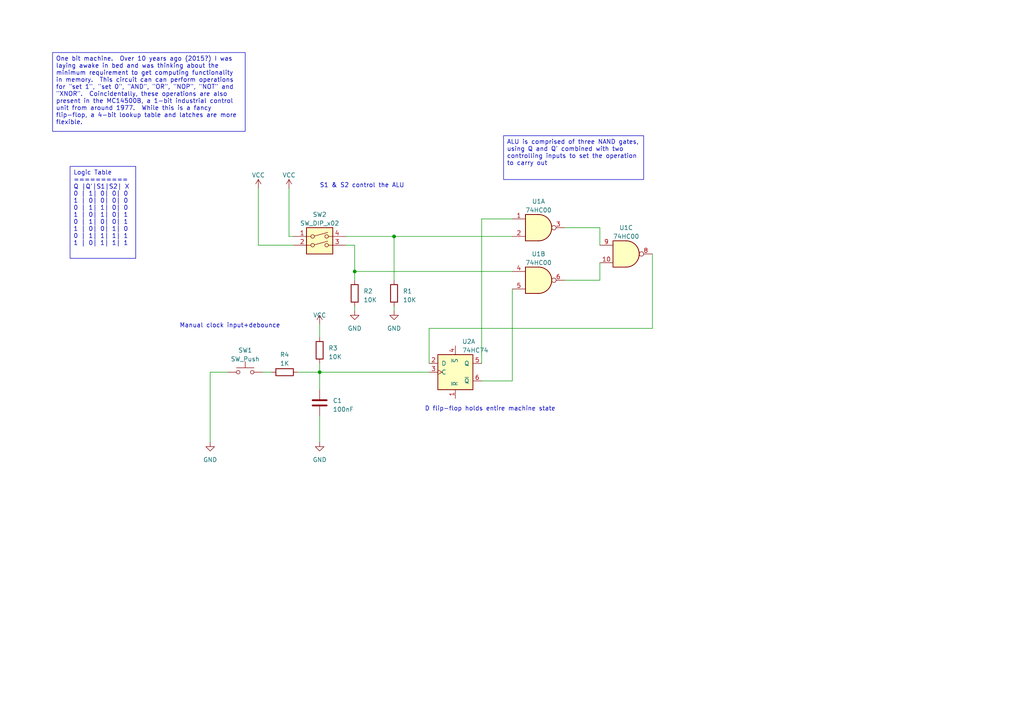
<source format=kicad_sch>
(kicad_sch (version 20230121) (generator eeschema)

  (uuid 560bd197-bc10-42fb-9a4a-c28459c4f543)

  (paper "A4")

  (lib_symbols
    (symbol "74xx:74HC00" (pin_names (offset 1.016)) (in_bom yes) (on_board yes)
      (property "Reference" "U" (at 0 1.27 0)
        (effects (font (size 1.27 1.27)))
      )
      (property "Value" "74HC00" (at 0 -1.27 0)
        (effects (font (size 1.27 1.27)))
      )
      (property "Footprint" "" (at 0 0 0)
        (effects (font (size 1.27 1.27)) hide)
      )
      (property "Datasheet" "http://www.ti.com/lit/gpn/sn74hc00" (at 0 0 0)
        (effects (font (size 1.27 1.27)) hide)
      )
      (property "ki_locked" "" (at 0 0 0)
        (effects (font (size 1.27 1.27)))
      )
      (property "ki_keywords" "HCMOS nand 2-input" (at 0 0 0)
        (effects (font (size 1.27 1.27)) hide)
      )
      (property "ki_description" "quad 2-input NAND gate" (at 0 0 0)
        (effects (font (size 1.27 1.27)) hide)
      )
      (property "ki_fp_filters" "DIP*W7.62mm* SO14*" (at 0 0 0)
        (effects (font (size 1.27 1.27)) hide)
      )
      (symbol "74HC00_1_1"
        (arc (start 0 -3.81) (mid 3.7934 0) (end 0 3.81)
          (stroke (width 0.254) (type default))
          (fill (type background))
        )
        (polyline
          (pts
            (xy 0 3.81)
            (xy -3.81 3.81)
            (xy -3.81 -3.81)
            (xy 0 -3.81)
          )
          (stroke (width 0.254) (type default))
          (fill (type background))
        )
        (pin input line (at -7.62 2.54 0) (length 3.81)
          (name "~" (effects (font (size 1.27 1.27))))
          (number "1" (effects (font (size 1.27 1.27))))
        )
        (pin input line (at -7.62 -2.54 0) (length 3.81)
          (name "~" (effects (font (size 1.27 1.27))))
          (number "2" (effects (font (size 1.27 1.27))))
        )
        (pin output inverted (at 7.62 0 180) (length 3.81)
          (name "~" (effects (font (size 1.27 1.27))))
          (number "3" (effects (font (size 1.27 1.27))))
        )
      )
      (symbol "74HC00_1_2"
        (arc (start -3.81 -3.81) (mid -2.589 0) (end -3.81 3.81)
          (stroke (width 0.254) (type default))
          (fill (type none))
        )
        (arc (start -0.6096 -3.81) (mid 2.1842 -2.5851) (end 3.81 0)
          (stroke (width 0.254) (type default))
          (fill (type background))
        )
        (polyline
          (pts
            (xy -3.81 -3.81)
            (xy -0.635 -3.81)
          )
          (stroke (width 0.254) (type default))
          (fill (type background))
        )
        (polyline
          (pts
            (xy -3.81 3.81)
            (xy -0.635 3.81)
          )
          (stroke (width 0.254) (type default))
          (fill (type background))
        )
        (polyline
          (pts
            (xy -0.635 3.81)
            (xy -3.81 3.81)
            (xy -3.81 3.81)
            (xy -3.556 3.4036)
            (xy -3.0226 2.2606)
            (xy -2.6924 1.0414)
            (xy -2.6162 -0.254)
            (xy -2.7686 -1.4986)
            (xy -3.175 -2.7178)
            (xy -3.81 -3.81)
            (xy -3.81 -3.81)
            (xy -0.635 -3.81)
          )
          (stroke (width -25.4) (type default))
          (fill (type background))
        )
        (arc (start 3.81 0) (mid 2.1915 2.5936) (end -0.6096 3.81)
          (stroke (width 0.254) (type default))
          (fill (type background))
        )
        (pin input inverted (at -7.62 2.54 0) (length 4.318)
          (name "~" (effects (font (size 1.27 1.27))))
          (number "1" (effects (font (size 1.27 1.27))))
        )
        (pin input inverted (at -7.62 -2.54 0) (length 4.318)
          (name "~" (effects (font (size 1.27 1.27))))
          (number "2" (effects (font (size 1.27 1.27))))
        )
        (pin output line (at 7.62 0 180) (length 3.81)
          (name "~" (effects (font (size 1.27 1.27))))
          (number "3" (effects (font (size 1.27 1.27))))
        )
      )
      (symbol "74HC00_2_1"
        (arc (start 0 -3.81) (mid 3.7934 0) (end 0 3.81)
          (stroke (width 0.254) (type default))
          (fill (type background))
        )
        (polyline
          (pts
            (xy 0 3.81)
            (xy -3.81 3.81)
            (xy -3.81 -3.81)
            (xy 0 -3.81)
          )
          (stroke (width 0.254) (type default))
          (fill (type background))
        )
        (pin input line (at -7.62 2.54 0) (length 3.81)
          (name "~" (effects (font (size 1.27 1.27))))
          (number "4" (effects (font (size 1.27 1.27))))
        )
        (pin input line (at -7.62 -2.54 0) (length 3.81)
          (name "~" (effects (font (size 1.27 1.27))))
          (number "5" (effects (font (size 1.27 1.27))))
        )
        (pin output inverted (at 7.62 0 180) (length 3.81)
          (name "~" (effects (font (size 1.27 1.27))))
          (number "6" (effects (font (size 1.27 1.27))))
        )
      )
      (symbol "74HC00_2_2"
        (arc (start -3.81 -3.81) (mid -2.589 0) (end -3.81 3.81)
          (stroke (width 0.254) (type default))
          (fill (type none))
        )
        (arc (start -0.6096 -3.81) (mid 2.1842 -2.5851) (end 3.81 0)
          (stroke (width 0.254) (type default))
          (fill (type background))
        )
        (polyline
          (pts
            (xy -3.81 -3.81)
            (xy -0.635 -3.81)
          )
          (stroke (width 0.254) (type default))
          (fill (type background))
        )
        (polyline
          (pts
            (xy -3.81 3.81)
            (xy -0.635 3.81)
          )
          (stroke (width 0.254) (type default))
          (fill (type background))
        )
        (polyline
          (pts
            (xy -0.635 3.81)
            (xy -3.81 3.81)
            (xy -3.81 3.81)
            (xy -3.556 3.4036)
            (xy -3.0226 2.2606)
            (xy -2.6924 1.0414)
            (xy -2.6162 -0.254)
            (xy -2.7686 -1.4986)
            (xy -3.175 -2.7178)
            (xy -3.81 -3.81)
            (xy -3.81 -3.81)
            (xy -0.635 -3.81)
          )
          (stroke (width -25.4) (type default))
          (fill (type background))
        )
        (arc (start 3.81 0) (mid 2.1915 2.5936) (end -0.6096 3.81)
          (stroke (width 0.254) (type default))
          (fill (type background))
        )
        (pin input inverted (at -7.62 2.54 0) (length 4.318)
          (name "~" (effects (font (size 1.27 1.27))))
          (number "4" (effects (font (size 1.27 1.27))))
        )
        (pin input inverted (at -7.62 -2.54 0) (length 4.318)
          (name "~" (effects (font (size 1.27 1.27))))
          (number "5" (effects (font (size 1.27 1.27))))
        )
        (pin output line (at 7.62 0 180) (length 3.81)
          (name "~" (effects (font (size 1.27 1.27))))
          (number "6" (effects (font (size 1.27 1.27))))
        )
      )
      (symbol "74HC00_3_1"
        (arc (start 0 -3.81) (mid 3.7934 0) (end 0 3.81)
          (stroke (width 0.254) (type default))
          (fill (type background))
        )
        (polyline
          (pts
            (xy 0 3.81)
            (xy -3.81 3.81)
            (xy -3.81 -3.81)
            (xy 0 -3.81)
          )
          (stroke (width 0.254) (type default))
          (fill (type background))
        )
        (pin input line (at -7.62 -2.54 0) (length 3.81)
          (name "~" (effects (font (size 1.27 1.27))))
          (number "10" (effects (font (size 1.27 1.27))))
        )
        (pin output inverted (at 7.62 0 180) (length 3.81)
          (name "~" (effects (font (size 1.27 1.27))))
          (number "8" (effects (font (size 1.27 1.27))))
        )
        (pin input line (at -7.62 2.54 0) (length 3.81)
          (name "~" (effects (font (size 1.27 1.27))))
          (number "9" (effects (font (size 1.27 1.27))))
        )
      )
      (symbol "74HC00_3_2"
        (arc (start -3.81 -3.81) (mid -2.589 0) (end -3.81 3.81)
          (stroke (width 0.254) (type default))
          (fill (type none))
        )
        (arc (start -0.6096 -3.81) (mid 2.1842 -2.5851) (end 3.81 0)
          (stroke (width 0.254) (type default))
          (fill (type background))
        )
        (polyline
          (pts
            (xy -3.81 -3.81)
            (xy -0.635 -3.81)
          )
          (stroke (width 0.254) (type default))
          (fill (type background))
        )
        (polyline
          (pts
            (xy -3.81 3.81)
            (xy -0.635 3.81)
          )
          (stroke (width 0.254) (type default))
          (fill (type background))
        )
        (polyline
          (pts
            (xy -0.635 3.81)
            (xy -3.81 3.81)
            (xy -3.81 3.81)
            (xy -3.556 3.4036)
            (xy -3.0226 2.2606)
            (xy -2.6924 1.0414)
            (xy -2.6162 -0.254)
            (xy -2.7686 -1.4986)
            (xy -3.175 -2.7178)
            (xy -3.81 -3.81)
            (xy -3.81 -3.81)
            (xy -0.635 -3.81)
          )
          (stroke (width -25.4) (type default))
          (fill (type background))
        )
        (arc (start 3.81 0) (mid 2.1915 2.5936) (end -0.6096 3.81)
          (stroke (width 0.254) (type default))
          (fill (type background))
        )
        (pin input inverted (at -7.62 -2.54 0) (length 4.318)
          (name "~" (effects (font (size 1.27 1.27))))
          (number "10" (effects (font (size 1.27 1.27))))
        )
        (pin output line (at 7.62 0 180) (length 3.81)
          (name "~" (effects (font (size 1.27 1.27))))
          (number "8" (effects (font (size 1.27 1.27))))
        )
        (pin input inverted (at -7.62 2.54 0) (length 4.318)
          (name "~" (effects (font (size 1.27 1.27))))
          (number "9" (effects (font (size 1.27 1.27))))
        )
      )
      (symbol "74HC00_4_1"
        (arc (start 0 -3.81) (mid 3.7934 0) (end 0 3.81)
          (stroke (width 0.254) (type default))
          (fill (type background))
        )
        (polyline
          (pts
            (xy 0 3.81)
            (xy -3.81 3.81)
            (xy -3.81 -3.81)
            (xy 0 -3.81)
          )
          (stroke (width 0.254) (type default))
          (fill (type background))
        )
        (pin output inverted (at 7.62 0 180) (length 3.81)
          (name "~" (effects (font (size 1.27 1.27))))
          (number "11" (effects (font (size 1.27 1.27))))
        )
        (pin input line (at -7.62 2.54 0) (length 3.81)
          (name "~" (effects (font (size 1.27 1.27))))
          (number "12" (effects (font (size 1.27 1.27))))
        )
        (pin input line (at -7.62 -2.54 0) (length 3.81)
          (name "~" (effects (font (size 1.27 1.27))))
          (number "13" (effects (font (size 1.27 1.27))))
        )
      )
      (symbol "74HC00_4_2"
        (arc (start -3.81 -3.81) (mid -2.589 0) (end -3.81 3.81)
          (stroke (width 0.254) (type default))
          (fill (type none))
        )
        (arc (start -0.6096 -3.81) (mid 2.1842 -2.5851) (end 3.81 0)
          (stroke (width 0.254) (type default))
          (fill (type background))
        )
        (polyline
          (pts
            (xy -3.81 -3.81)
            (xy -0.635 -3.81)
          )
          (stroke (width 0.254) (type default))
          (fill (type background))
        )
        (polyline
          (pts
            (xy -3.81 3.81)
            (xy -0.635 3.81)
          )
          (stroke (width 0.254) (type default))
          (fill (type background))
        )
        (polyline
          (pts
            (xy -0.635 3.81)
            (xy -3.81 3.81)
            (xy -3.81 3.81)
            (xy -3.556 3.4036)
            (xy -3.0226 2.2606)
            (xy -2.6924 1.0414)
            (xy -2.6162 -0.254)
            (xy -2.7686 -1.4986)
            (xy -3.175 -2.7178)
            (xy -3.81 -3.81)
            (xy -3.81 -3.81)
            (xy -0.635 -3.81)
          )
          (stroke (width -25.4) (type default))
          (fill (type background))
        )
        (arc (start 3.81 0) (mid 2.1915 2.5936) (end -0.6096 3.81)
          (stroke (width 0.254) (type default))
          (fill (type background))
        )
        (pin output line (at 7.62 0 180) (length 3.81)
          (name "~" (effects (font (size 1.27 1.27))))
          (number "11" (effects (font (size 1.27 1.27))))
        )
        (pin input inverted (at -7.62 2.54 0) (length 4.318)
          (name "~" (effects (font (size 1.27 1.27))))
          (number "12" (effects (font (size 1.27 1.27))))
        )
        (pin input inverted (at -7.62 -2.54 0) (length 4.318)
          (name "~" (effects (font (size 1.27 1.27))))
          (number "13" (effects (font (size 1.27 1.27))))
        )
      )
      (symbol "74HC00_5_0"
        (pin power_in line (at 0 12.7 270) (length 5.08)
          (name "VCC" (effects (font (size 1.27 1.27))))
          (number "14" (effects (font (size 1.27 1.27))))
        )
        (pin power_in line (at 0 -12.7 90) (length 5.08)
          (name "GND" (effects (font (size 1.27 1.27))))
          (number "7" (effects (font (size 1.27 1.27))))
        )
      )
      (symbol "74HC00_5_1"
        (rectangle (start -5.08 7.62) (end 5.08 -7.62)
          (stroke (width 0.254) (type default))
          (fill (type background))
        )
      )
    )
    (symbol "74xx:74HC74" (pin_names (offset 1.016)) (in_bom yes) (on_board yes)
      (property "Reference" "U" (at -7.62 8.89 0)
        (effects (font (size 1.27 1.27)))
      )
      (property "Value" "74HC74" (at -7.62 -8.89 0)
        (effects (font (size 1.27 1.27)))
      )
      (property "Footprint" "" (at 0 0 0)
        (effects (font (size 1.27 1.27)) hide)
      )
      (property "Datasheet" "74xx/74hc_hct74.pdf" (at 0 0 0)
        (effects (font (size 1.27 1.27)) hide)
      )
      (property "ki_locked" "" (at 0 0 0)
        (effects (font (size 1.27 1.27)))
      )
      (property "ki_keywords" "TTL DFF" (at 0 0 0)
        (effects (font (size 1.27 1.27)) hide)
      )
      (property "ki_description" "Dual D Flip-flop, Set & Reset" (at 0 0 0)
        (effects (font (size 1.27 1.27)) hide)
      )
      (property "ki_fp_filters" "DIP*W7.62mm*" (at 0 0 0)
        (effects (font (size 1.27 1.27)) hide)
      )
      (symbol "74HC74_1_0"
        (pin input line (at 0 -7.62 90) (length 2.54)
          (name "~{R}" (effects (font (size 1.27 1.27))))
          (number "1" (effects (font (size 1.27 1.27))))
        )
        (pin input line (at -7.62 2.54 0) (length 2.54)
          (name "D" (effects (font (size 1.27 1.27))))
          (number "2" (effects (font (size 1.27 1.27))))
        )
        (pin input clock (at -7.62 0 0) (length 2.54)
          (name "C" (effects (font (size 1.27 1.27))))
          (number "3" (effects (font (size 1.27 1.27))))
        )
        (pin input line (at 0 7.62 270) (length 2.54)
          (name "~{S}" (effects (font (size 1.27 1.27))))
          (number "4" (effects (font (size 1.27 1.27))))
        )
        (pin output line (at 7.62 2.54 180) (length 2.54)
          (name "Q" (effects (font (size 1.27 1.27))))
          (number "5" (effects (font (size 1.27 1.27))))
        )
        (pin output line (at 7.62 -2.54 180) (length 2.54)
          (name "~{Q}" (effects (font (size 1.27 1.27))))
          (number "6" (effects (font (size 1.27 1.27))))
        )
      )
      (symbol "74HC74_1_1"
        (rectangle (start -5.08 5.08) (end 5.08 -5.08)
          (stroke (width 0.254) (type default))
          (fill (type background))
        )
      )
      (symbol "74HC74_2_0"
        (pin input line (at 0 7.62 270) (length 2.54)
          (name "~{S}" (effects (font (size 1.27 1.27))))
          (number "10" (effects (font (size 1.27 1.27))))
        )
        (pin input clock (at -7.62 0 0) (length 2.54)
          (name "C" (effects (font (size 1.27 1.27))))
          (number "11" (effects (font (size 1.27 1.27))))
        )
        (pin input line (at -7.62 2.54 0) (length 2.54)
          (name "D" (effects (font (size 1.27 1.27))))
          (number "12" (effects (font (size 1.27 1.27))))
        )
        (pin input line (at 0 -7.62 90) (length 2.54)
          (name "~{R}" (effects (font (size 1.27 1.27))))
          (number "13" (effects (font (size 1.27 1.27))))
        )
        (pin output line (at 7.62 -2.54 180) (length 2.54)
          (name "~{Q}" (effects (font (size 1.27 1.27))))
          (number "8" (effects (font (size 1.27 1.27))))
        )
        (pin output line (at 7.62 2.54 180) (length 2.54)
          (name "Q" (effects (font (size 1.27 1.27))))
          (number "9" (effects (font (size 1.27 1.27))))
        )
      )
      (symbol "74HC74_2_1"
        (rectangle (start -5.08 5.08) (end 5.08 -5.08)
          (stroke (width 0.254) (type default))
          (fill (type background))
        )
      )
      (symbol "74HC74_3_0"
        (pin power_in line (at 0 10.16 270) (length 2.54)
          (name "VCC" (effects (font (size 1.27 1.27))))
          (number "14" (effects (font (size 1.27 1.27))))
        )
        (pin power_in line (at 0 -10.16 90) (length 2.54)
          (name "GND" (effects (font (size 1.27 1.27))))
          (number "7" (effects (font (size 1.27 1.27))))
        )
      )
      (symbol "74HC74_3_1"
        (rectangle (start -5.08 7.62) (end 5.08 -7.62)
          (stroke (width 0.254) (type default))
          (fill (type background))
        )
      )
    )
    (symbol "Device:C" (pin_numbers hide) (pin_names (offset 0.254)) (in_bom yes) (on_board yes)
      (property "Reference" "C" (at 0.635 2.54 0)
        (effects (font (size 1.27 1.27)) (justify left))
      )
      (property "Value" "C" (at 0.635 -2.54 0)
        (effects (font (size 1.27 1.27)) (justify left))
      )
      (property "Footprint" "" (at 0.9652 -3.81 0)
        (effects (font (size 1.27 1.27)) hide)
      )
      (property "Datasheet" "~" (at 0 0 0)
        (effects (font (size 1.27 1.27)) hide)
      )
      (property "ki_keywords" "cap capacitor" (at 0 0 0)
        (effects (font (size 1.27 1.27)) hide)
      )
      (property "ki_description" "Unpolarized capacitor" (at 0 0 0)
        (effects (font (size 1.27 1.27)) hide)
      )
      (property "ki_fp_filters" "C_*" (at 0 0 0)
        (effects (font (size 1.27 1.27)) hide)
      )
      (symbol "C_0_1"
        (polyline
          (pts
            (xy -2.032 -0.762)
            (xy 2.032 -0.762)
          )
          (stroke (width 0.508) (type default))
          (fill (type none))
        )
        (polyline
          (pts
            (xy -2.032 0.762)
            (xy 2.032 0.762)
          )
          (stroke (width 0.508) (type default))
          (fill (type none))
        )
      )
      (symbol "C_1_1"
        (pin passive line (at 0 3.81 270) (length 2.794)
          (name "~" (effects (font (size 1.27 1.27))))
          (number "1" (effects (font (size 1.27 1.27))))
        )
        (pin passive line (at 0 -3.81 90) (length 2.794)
          (name "~" (effects (font (size 1.27 1.27))))
          (number "2" (effects (font (size 1.27 1.27))))
        )
      )
    )
    (symbol "Device:R" (pin_numbers hide) (pin_names (offset 0)) (in_bom yes) (on_board yes)
      (property "Reference" "R" (at 2.032 0 90)
        (effects (font (size 1.27 1.27)))
      )
      (property "Value" "R" (at 0 0 90)
        (effects (font (size 1.27 1.27)))
      )
      (property "Footprint" "" (at -1.778 0 90)
        (effects (font (size 1.27 1.27)) hide)
      )
      (property "Datasheet" "~" (at 0 0 0)
        (effects (font (size 1.27 1.27)) hide)
      )
      (property "ki_keywords" "R res resistor" (at 0 0 0)
        (effects (font (size 1.27 1.27)) hide)
      )
      (property "ki_description" "Resistor" (at 0 0 0)
        (effects (font (size 1.27 1.27)) hide)
      )
      (property "ki_fp_filters" "R_*" (at 0 0 0)
        (effects (font (size 1.27 1.27)) hide)
      )
      (symbol "R_0_1"
        (rectangle (start -1.016 -2.54) (end 1.016 2.54)
          (stroke (width 0.254) (type default))
          (fill (type none))
        )
      )
      (symbol "R_1_1"
        (pin passive line (at 0 3.81 270) (length 1.27)
          (name "~" (effects (font (size 1.27 1.27))))
          (number "1" (effects (font (size 1.27 1.27))))
        )
        (pin passive line (at 0 -3.81 90) (length 1.27)
          (name "~" (effects (font (size 1.27 1.27))))
          (number "2" (effects (font (size 1.27 1.27))))
        )
      )
    )
    (symbol "Switch:SW_DIP_x02" (pin_names (offset 0) hide) (in_bom yes) (on_board yes)
      (property "Reference" "SW" (at 0 6.35 0)
        (effects (font (size 1.27 1.27)))
      )
      (property "Value" "SW_DIP_x02" (at 0 -3.81 0)
        (effects (font (size 1.27 1.27)))
      )
      (property "Footprint" "" (at 0 0 0)
        (effects (font (size 1.27 1.27)) hide)
      )
      (property "Datasheet" "~" (at 0 0 0)
        (effects (font (size 1.27 1.27)) hide)
      )
      (property "ki_keywords" "dip switch" (at 0 0 0)
        (effects (font (size 1.27 1.27)) hide)
      )
      (property "ki_description" "2x DIP Switch, Single Pole Single Throw (SPST) switch, small symbol" (at 0 0 0)
        (effects (font (size 1.27 1.27)) hide)
      )
      (property "ki_fp_filters" "SW?DIP?x2*" (at 0 0 0)
        (effects (font (size 1.27 1.27)) hide)
      )
      (symbol "SW_DIP_x02_0_0"
        (circle (center -2.032 0) (radius 0.508)
          (stroke (width 0) (type default))
          (fill (type none))
        )
        (circle (center -2.032 2.54) (radius 0.508)
          (stroke (width 0) (type default))
          (fill (type none))
        )
        (polyline
          (pts
            (xy -1.524 0.127)
            (xy 2.3622 1.1684)
          )
          (stroke (width 0) (type default))
          (fill (type none))
        )
        (polyline
          (pts
            (xy -1.524 2.667)
            (xy 2.3622 3.7084)
          )
          (stroke (width 0) (type default))
          (fill (type none))
        )
        (circle (center 2.032 0) (radius 0.508)
          (stroke (width 0) (type default))
          (fill (type none))
        )
        (circle (center 2.032 2.54) (radius 0.508)
          (stroke (width 0) (type default))
          (fill (type none))
        )
      )
      (symbol "SW_DIP_x02_0_1"
        (rectangle (start -3.81 5.08) (end 3.81 -2.54)
          (stroke (width 0.254) (type default))
          (fill (type background))
        )
      )
      (symbol "SW_DIP_x02_1_1"
        (pin passive line (at -7.62 2.54 0) (length 5.08)
          (name "~" (effects (font (size 1.27 1.27))))
          (number "1" (effects (font (size 1.27 1.27))))
        )
        (pin passive line (at -7.62 0 0) (length 5.08)
          (name "~" (effects (font (size 1.27 1.27))))
          (number "2" (effects (font (size 1.27 1.27))))
        )
        (pin passive line (at 7.62 0 180) (length 5.08)
          (name "~" (effects (font (size 1.27 1.27))))
          (number "3" (effects (font (size 1.27 1.27))))
        )
        (pin passive line (at 7.62 2.54 180) (length 5.08)
          (name "~" (effects (font (size 1.27 1.27))))
          (number "4" (effects (font (size 1.27 1.27))))
        )
      )
    )
    (symbol "Switch:SW_Push" (pin_numbers hide) (pin_names (offset 1.016) hide) (in_bom yes) (on_board yes)
      (property "Reference" "SW" (at 1.27 2.54 0)
        (effects (font (size 1.27 1.27)) (justify left))
      )
      (property "Value" "SW_Push" (at 0 -1.524 0)
        (effects (font (size 1.27 1.27)))
      )
      (property "Footprint" "" (at 0 5.08 0)
        (effects (font (size 1.27 1.27)) hide)
      )
      (property "Datasheet" "~" (at 0 5.08 0)
        (effects (font (size 1.27 1.27)) hide)
      )
      (property "ki_keywords" "switch normally-open pushbutton push-button" (at 0 0 0)
        (effects (font (size 1.27 1.27)) hide)
      )
      (property "ki_description" "Push button switch, generic, two pins" (at 0 0 0)
        (effects (font (size 1.27 1.27)) hide)
      )
      (symbol "SW_Push_0_1"
        (circle (center -2.032 0) (radius 0.508)
          (stroke (width 0) (type default))
          (fill (type none))
        )
        (polyline
          (pts
            (xy 0 1.27)
            (xy 0 3.048)
          )
          (stroke (width 0) (type default))
          (fill (type none))
        )
        (polyline
          (pts
            (xy 2.54 1.27)
            (xy -2.54 1.27)
          )
          (stroke (width 0) (type default))
          (fill (type none))
        )
        (circle (center 2.032 0) (radius 0.508)
          (stroke (width 0) (type default))
          (fill (type none))
        )
        (pin passive line (at -5.08 0 0) (length 2.54)
          (name "1" (effects (font (size 1.27 1.27))))
          (number "1" (effects (font (size 1.27 1.27))))
        )
        (pin passive line (at 5.08 0 180) (length 2.54)
          (name "2" (effects (font (size 1.27 1.27))))
          (number "2" (effects (font (size 1.27 1.27))))
        )
      )
    )
    (symbol "power:GND" (power) (pin_names (offset 0)) (in_bom yes) (on_board yes)
      (property "Reference" "#PWR" (at 0 -6.35 0)
        (effects (font (size 1.27 1.27)) hide)
      )
      (property "Value" "GND" (at 0 -3.81 0)
        (effects (font (size 1.27 1.27)))
      )
      (property "Footprint" "" (at 0 0 0)
        (effects (font (size 1.27 1.27)) hide)
      )
      (property "Datasheet" "" (at 0 0 0)
        (effects (font (size 1.27 1.27)) hide)
      )
      (property "ki_keywords" "global power" (at 0 0 0)
        (effects (font (size 1.27 1.27)) hide)
      )
      (property "ki_description" "Power symbol creates a global label with name \"GND\" , ground" (at 0 0 0)
        (effects (font (size 1.27 1.27)) hide)
      )
      (symbol "GND_0_1"
        (polyline
          (pts
            (xy 0 0)
            (xy 0 -1.27)
            (xy 1.27 -1.27)
            (xy 0 -2.54)
            (xy -1.27 -1.27)
            (xy 0 -1.27)
          )
          (stroke (width 0) (type default))
          (fill (type none))
        )
      )
      (symbol "GND_1_1"
        (pin power_in line (at 0 0 270) (length 0) hide
          (name "GND" (effects (font (size 1.27 1.27))))
          (number "1" (effects (font (size 1.27 1.27))))
        )
      )
    )
    (symbol "power:VCC" (power) (pin_names (offset 0)) (in_bom yes) (on_board yes)
      (property "Reference" "#PWR" (at 0 -3.81 0)
        (effects (font (size 1.27 1.27)) hide)
      )
      (property "Value" "VCC" (at 0 3.81 0)
        (effects (font (size 1.27 1.27)))
      )
      (property "Footprint" "" (at 0 0 0)
        (effects (font (size 1.27 1.27)) hide)
      )
      (property "Datasheet" "" (at 0 0 0)
        (effects (font (size 1.27 1.27)) hide)
      )
      (property "ki_keywords" "global power" (at 0 0 0)
        (effects (font (size 1.27 1.27)) hide)
      )
      (property "ki_description" "Power symbol creates a global label with name \"VCC\"" (at 0 0 0)
        (effects (font (size 1.27 1.27)) hide)
      )
      (symbol "VCC_0_1"
        (polyline
          (pts
            (xy -0.762 1.27)
            (xy 0 2.54)
          )
          (stroke (width 0) (type default))
          (fill (type none))
        )
        (polyline
          (pts
            (xy 0 0)
            (xy 0 2.54)
          )
          (stroke (width 0) (type default))
          (fill (type none))
        )
        (polyline
          (pts
            (xy 0 2.54)
            (xy 0.762 1.27)
          )
          (stroke (width 0) (type default))
          (fill (type none))
        )
      )
      (symbol "VCC_1_1"
        (pin power_in line (at 0 0 90) (length 0) hide
          (name "VCC" (effects (font (size 1.27 1.27))))
          (number "1" (effects (font (size 1.27 1.27))))
        )
      )
    )
  )

  (junction (at 102.87 78.74) (diameter 0) (color 0 0 0 0)
    (uuid 76651fde-c91e-460f-8558-55a2a41516c0)
  )
  (junction (at 92.71 107.95) (diameter 0) (color 0 0 0 0)
    (uuid 7bcb4c58-8c2d-4869-a000-b955aa245f72)
  )
  (junction (at 114.3 68.58) (diameter 0) (color 0 0 0 0)
    (uuid b226ba38-112d-46bb-a754-be586b4eca3c)
  )

  (wire (pts (xy 139.7 105.41) (xy 139.7 63.5))
    (stroke (width 0) (type default))
    (uuid 048cbef3-f684-4b4a-8fbf-020312fa2e7e)
  )
  (wire (pts (xy 83.82 68.58) (xy 83.82 54.61))
    (stroke (width 0) (type default))
    (uuid 0b37585e-0b1c-47da-ad37-6c4dea0511f1)
  )
  (wire (pts (xy 60.96 107.95) (xy 66.04 107.95))
    (stroke (width 0) (type default))
    (uuid 0fb0feba-d91b-4c6a-b569-1ad87f179ec0)
  )
  (wire (pts (xy 102.87 71.12) (xy 100.33 71.12))
    (stroke (width 0) (type default))
    (uuid 173ace27-2f01-45c6-9810-a84a110b3484)
  )
  (wire (pts (xy 100.33 68.58) (xy 114.3 68.58))
    (stroke (width 0) (type default))
    (uuid 294bd65c-18b2-40a2-8eed-b6cae9c8d063)
  )
  (wire (pts (xy 86.36 107.95) (xy 92.71 107.95))
    (stroke (width 0) (type default))
    (uuid 2a6ea940-1554-4ba3-9292-0b7beb4d6648)
  )
  (wire (pts (xy 173.99 66.04) (xy 173.99 71.12))
    (stroke (width 0) (type default))
    (uuid 349c0fb3-296a-4692-b4c0-07c176e5b9f1)
  )
  (wire (pts (xy 163.83 81.28) (xy 173.99 81.28))
    (stroke (width 0) (type default))
    (uuid 38347dc0-80d7-44b4-b6e6-5ae7fc9f9fd1)
  )
  (wire (pts (xy 114.3 68.58) (xy 148.59 68.58))
    (stroke (width 0) (type default))
    (uuid 3daabc75-062e-4ec6-9e1c-5868d4f93ab1)
  )
  (wire (pts (xy 173.99 81.28) (xy 173.99 76.2))
    (stroke (width 0) (type default))
    (uuid 49d18bc5-5034-48a8-ac23-c44ef665c0cf)
  )
  (wire (pts (xy 139.7 63.5) (xy 148.59 63.5))
    (stroke (width 0) (type default))
    (uuid 76897749-f6bb-4833-9445-4e0ffef00352)
  )
  (wire (pts (xy 92.71 120.65) (xy 92.71 128.27))
    (stroke (width 0) (type default))
    (uuid 7940c2f1-28f8-4110-9b4a-5eeca52ad43f)
  )
  (wire (pts (xy 148.59 110.49) (xy 139.7 110.49))
    (stroke (width 0) (type default))
    (uuid 8866e5b5-f178-4408-b3ce-3e0bdbba7434)
  )
  (wire (pts (xy 189.23 73.66) (xy 189.23 95.25))
    (stroke (width 0) (type default))
    (uuid 895e8103-d332-4eae-9822-63e5df25e9b0)
  )
  (wire (pts (xy 76.2 107.95) (xy 78.74 107.95))
    (stroke (width 0) (type default))
    (uuid 8be2e825-484c-4313-8ede-4798fe10bb67)
  )
  (wire (pts (xy 92.71 105.41) (xy 92.71 107.95))
    (stroke (width 0) (type default))
    (uuid 8e07f123-eef2-4d60-860e-9327c54519b9)
  )
  (wire (pts (xy 92.71 113.03) (xy 92.71 107.95))
    (stroke (width 0) (type default))
    (uuid 93028b66-8d82-4eda-bb85-1a9c823b9374)
  )
  (wire (pts (xy 102.87 88.9) (xy 102.87 90.17))
    (stroke (width 0) (type default))
    (uuid 9875938c-331e-4d60-b8d8-e18eb75f96ee)
  )
  (wire (pts (xy 124.46 107.95) (xy 92.71 107.95))
    (stroke (width 0) (type default))
    (uuid 98c5e5d5-d906-4d95-9695-7769d74430c9)
  )
  (wire (pts (xy 83.82 68.58) (xy 85.09 68.58))
    (stroke (width 0) (type default))
    (uuid 9d6f004d-c924-41ec-b83b-daaf0e2068f3)
  )
  (wire (pts (xy 74.93 54.61) (xy 74.93 71.12))
    (stroke (width 0) (type default))
    (uuid 9e5c0c09-ce75-4771-b4ae-bc898e00956c)
  )
  (wire (pts (xy 102.87 81.28) (xy 102.87 78.74))
    (stroke (width 0) (type default))
    (uuid 9ed9085d-78cc-469a-9520-da6041fcd099)
  )
  (wire (pts (xy 114.3 68.58) (xy 114.3 81.28))
    (stroke (width 0) (type default))
    (uuid bea41869-edaa-406a-afad-37ef1c7491cf)
  )
  (wire (pts (xy 148.59 83.82) (xy 148.59 110.49))
    (stroke (width 0) (type default))
    (uuid c0b9a81b-ca06-4cdc-b27c-3fb2723d6c56)
  )
  (wire (pts (xy 102.87 71.12) (xy 102.87 78.74))
    (stroke (width 0) (type default))
    (uuid cf6ea6e8-9f7b-45c1-8fb9-3b0f9dfbc27f)
  )
  (wire (pts (xy 102.87 78.74) (xy 148.59 78.74))
    (stroke (width 0) (type default))
    (uuid d05d0bc4-a9c4-4df8-bc82-f8d576686226)
  )
  (wire (pts (xy 114.3 88.9) (xy 114.3 90.17))
    (stroke (width 0) (type default))
    (uuid d1570d20-17e0-4018-ae4f-62ba37156440)
  )
  (wire (pts (xy 163.83 66.04) (xy 173.99 66.04))
    (stroke (width 0) (type default))
    (uuid d3ab1fc3-32df-46c2-bc60-cde8d6be60ed)
  )
  (wire (pts (xy 74.93 71.12) (xy 85.09 71.12))
    (stroke (width 0) (type default))
    (uuid d59f70c5-6946-40cc-9223-457fa4b21dfc)
  )
  (wire (pts (xy 189.23 95.25) (xy 124.46 95.25))
    (stroke (width 0) (type default))
    (uuid f05e6be0-a2d3-4231-bba8-c00f08c80f19)
  )
  (wire (pts (xy 60.96 107.95) (xy 60.96 128.27))
    (stroke (width 0) (type default))
    (uuid f06c9212-6d3d-45b5-937f-55b2bf694823)
  )
  (wire (pts (xy 124.46 95.25) (xy 124.46 105.41))
    (stroke (width 0) (type default))
    (uuid f217a3e6-8c9a-420e-893f-b1b2846f4888)
  )
  (wire (pts (xy 92.71 93.98) (xy 92.71 97.79))
    (stroke (width 0) (type default))
    (uuid ff9fa536-a536-4498-b9af-de82fe121af1)
  )

  (text_box "ALU is comprised of three NAND gates, using Q and Q' combined with two controlling inputs to set the operation to carry out\n\n"
    (at 146.05 39.37 0) (size 40.64 12.7)
    (stroke (width 0) (type default))
    (fill (type none))
    (effects (font (size 1.27 1.27)) (justify left top))
    (uuid 011abde7-9e32-481e-ab49-41d848b8b611)
  )
  (text_box "Logic Table      ==========  Q |Q'|S1|S2| X  0 | 1| 0| 0| 0  1 | 0| 0| 0| 0  0 | 1| 1| 0| 0  1 | 0| 1| 0| 1  0 | 1| 0| 0| 1  1 | 0| 0| 1| 0  0 | 1| 1| 1| 1  1 | 0| 1| 1| 1"
    (at 20.32 48.26 0) (size 19.05 26.67)
    (stroke (width 0) (type default))
    (fill (type none))
    (effects (font (size 1.27 1.27)) (justify left top))
    (uuid 779fc023-653f-4083-9c83-095f9a266259)
  )
  (text_box "One bit machine.  Over 10 years ago (2015?) I was laying awake in bed and was thinking about the minimum requirement to get computing functionality in memory.  This circuit can can perform operations for \"set 1\", \"set 0\", \"AND\", \"OR\", \"NOP\", \"NOT\" and \"XNOR\".  Coincidentally, these operations are also present in the MC14500B, a 1-bit industrial control unit from around 1977.  While this is a fancy flip-flop, a 4-bit lookup table and latches are more flexible."
    (at 15.24 15.24 0) (size 55.88 22.86)
    (stroke (width 0) (type default))
    (fill (type none))
    (effects (font (size 1.27 1.27)) (justify left top))
    (uuid feded1aa-6dc1-4222-ba36-1fdb565bf825)
  )

  (text "D flip-flop holds entire machine state" (at 123.19 119.38 0)
    (effects (font (size 1.27 1.27)) (justify left bottom))
    (uuid 11fbcb66-96c9-402f-afa0-52814794528d)
  )
  (text "S1 & S2 control the ALU" (at 92.71 54.61 0)
    (effects (font (size 1.27 1.27)) (justify left bottom))
    (uuid 81f089d3-7f29-4668-9c3b-d4a61936a01f)
  )
  (text "Manual clock input+debounce" (at 52.07 95.25 0)
    (effects (font (size 1.27 1.27)) (justify left bottom))
    (uuid ea800cb0-11c3-4c71-88cc-3cde1b2e15a8)
  )

  (symbol (lib_id "power:VCC") (at 92.71 93.98 0) (unit 1)
    (in_bom yes) (on_board yes) (dnp no)
    (uuid 05b1aca7-6a15-4001-bc7e-6c95f539c0c9)
    (property "Reference" "#PWR05" (at 92.71 97.79 0)
      (effects (font (size 1.27 1.27)) hide)
    )
    (property "Value" "VCC" (at 92.71 91.44 0)
      (effects (font (size 1.27 1.27)))
    )
    (property "Footprint" "" (at 92.71 93.98 0)
      (effects (font (size 1.27 1.27)) hide)
    )
    (property "Datasheet" "" (at 92.71 93.98 0)
      (effects (font (size 1.27 1.27)) hide)
    )
    (pin "1" (uuid e72259cb-932b-4666-8e8b-63d0a67adb22))
    (instances
      (project "onebm"
        (path "/560bd197-bc10-42fb-9a4a-c28459c4f543"
          (reference "#PWR05") (unit 1)
        )
      )
    )
  )

  (symbol (lib_id "Device:R") (at 92.71 101.6 0) (unit 1)
    (in_bom yes) (on_board yes) (dnp no) (fields_autoplaced)
    (uuid 072f6625-2375-4e65-9758-199269eb923f)
    (property "Reference" "R3" (at 95.25 100.965 0)
      (effects (font (size 1.27 1.27)) (justify left))
    )
    (property "Value" "10K" (at 95.25 103.505 0)
      (effects (font (size 1.27 1.27)) (justify left))
    )
    (property "Footprint" "" (at 90.932 101.6 90)
      (effects (font (size 1.27 1.27)) hide)
    )
    (property "Datasheet" "~" (at 92.71 101.6 0)
      (effects (font (size 1.27 1.27)) hide)
    )
    (pin "1" (uuid 4765e2fc-b92e-4709-9c6f-800de85597af))
    (pin "2" (uuid dc4dcc83-63a1-4e07-8cb5-04d6cc8418d4))
    (instances
      (project "onebm"
        (path "/560bd197-bc10-42fb-9a4a-c28459c4f543"
          (reference "R3") (unit 1)
        )
      )
    )
  )

  (symbol (lib_id "74xx:74HC00") (at 181.61 73.66 0) (unit 3)
    (in_bom yes) (on_board yes) (dnp no) (fields_autoplaced)
    (uuid 0d24cdf0-fb6e-4112-9199-c4805c02ca67)
    (property "Reference" "U1" (at 181.6017 66.04 0)
      (effects (font (size 1.27 1.27)))
    )
    (property "Value" "74HC00" (at 181.6017 68.58 0)
      (effects (font (size 1.27 1.27)))
    )
    (property "Footprint" "" (at 181.61 73.66 0)
      (effects (font (size 1.27 1.27)) hide)
    )
    (property "Datasheet" "http://www.ti.com/lit/gpn/sn74hc00" (at 181.61 73.66 0)
      (effects (font (size 1.27 1.27)) hide)
    )
    (pin "1" (uuid 5be96f1b-b403-490c-9807-28dfb20f4bdd))
    (pin "2" (uuid 3e050689-792b-4d3a-85d6-5097d4052c5e))
    (pin "3" (uuid e09472e9-d9d6-4fa5-afd6-c5eb6d3b6bc6))
    (pin "4" (uuid a257a198-e4c6-46c1-8db8-128d7941f7bf))
    (pin "5" (uuid 2111dd36-9ef1-4a1a-b5c3-e16a47ba9bbe))
    (pin "6" (uuid e1639296-5e1f-4381-9e94-ec4a43fc1d05))
    (pin "10" (uuid 36fe5414-efdb-4f69-b7f1-6aed06febd6d))
    (pin "8" (uuid a60b0cdc-9a7b-4030-8550-c6e9404b5f92))
    (pin "9" (uuid d5aa7987-7c58-40a5-a282-a15c91cc2c2e))
    (pin "11" (uuid 943ab1e1-d281-4da0-8bd2-f878a193d72f))
    (pin "12" (uuid ff615521-b157-43dc-88cf-3b15f8f8c019))
    (pin "13" (uuid f4259309-d5e7-4be7-bdbd-95f3c6b3396a))
    (pin "14" (uuid 5bb9a6fb-edb4-478c-aa87-6171866206fa))
    (pin "7" (uuid ce0bc5ae-52f6-4aa5-86da-3bf6cf17c915))
    (instances
      (project "onebm"
        (path "/560bd197-bc10-42fb-9a4a-c28459c4f543"
          (reference "U1") (unit 3)
        )
      )
    )
  )

  (symbol (lib_id "power:VCC") (at 74.93 54.61 0) (unit 1)
    (in_bom yes) (on_board yes) (dnp no)
    (uuid 19026284-2877-49e9-9234-b05917c77997)
    (property "Reference" "#PWR04" (at 74.93 58.42 0)
      (effects (font (size 1.27 1.27)) hide)
    )
    (property "Value" "VCC" (at 74.93 50.8 0)
      (effects (font (size 1.27 1.27)))
    )
    (property "Footprint" "" (at 74.93 54.61 0)
      (effects (font (size 1.27 1.27)) hide)
    )
    (property "Datasheet" "" (at 74.93 54.61 0)
      (effects (font (size 1.27 1.27)) hide)
    )
    (pin "1" (uuid a0cd8e21-cb1a-4966-b643-13f27d0cdce1))
    (instances
      (project "onebm"
        (path "/560bd197-bc10-42fb-9a4a-c28459c4f543"
          (reference "#PWR04") (unit 1)
        )
      )
    )
  )

  (symbol (lib_id "Device:C") (at 92.71 116.84 0) (unit 1)
    (in_bom yes) (on_board yes) (dnp no) (fields_autoplaced)
    (uuid 1d1c208f-0bcc-40e4-a3bd-5e4e77d65fe1)
    (property "Reference" "C1" (at 96.52 116.205 0)
      (effects (font (size 1.27 1.27)) (justify left))
    )
    (property "Value" "100nF" (at 96.52 118.745 0)
      (effects (font (size 1.27 1.27)) (justify left))
    )
    (property "Footprint" "" (at 93.6752 120.65 0)
      (effects (font (size 1.27 1.27)) hide)
    )
    (property "Datasheet" "~" (at 92.71 116.84 0)
      (effects (font (size 1.27 1.27)) hide)
    )
    (pin "1" (uuid 1043646d-8a00-4895-9c41-42e6b39bb670))
    (pin "2" (uuid cd0c6ab8-baa8-45a0-bd58-29f89147b66e))
    (instances
      (project "onebm"
        (path "/560bd197-bc10-42fb-9a4a-c28459c4f543"
          (reference "C1") (unit 1)
        )
      )
    )
  )

  (symbol (lib_id "74xx:74HC74") (at 132.08 107.95 0) (unit 1)
    (in_bom yes) (on_board yes) (dnp no) (fields_autoplaced)
    (uuid 2650bb18-6710-4c9d-954f-cf760d67da16)
    (property "Reference" "U2" (at 134.0359 99.06 0)
      (effects (font (size 1.27 1.27)) (justify left))
    )
    (property "Value" "74HC74" (at 134.0359 101.6 0)
      (effects (font (size 1.27 1.27)) (justify left))
    )
    (property "Footprint" "" (at 132.08 107.95 0)
      (effects (font (size 1.27 1.27)) hide)
    )
    (property "Datasheet" "74xx/74hc_hct74.pdf" (at 132.08 107.95 0)
      (effects (font (size 1.27 1.27)) hide)
    )
    (pin "1" (uuid 897a9c33-50f2-4252-bc94-07a6201928df))
    (pin "2" (uuid 08197818-f0da-4a43-b525-423c33cda363))
    (pin "3" (uuid a6182ebb-1d96-496e-b4a6-a8a4bf6952f8))
    (pin "4" (uuid decde0c0-5e68-4779-8773-4816bbd7400c))
    (pin "5" (uuid 302d1f4b-c11c-4853-be41-10597cce17bc))
    (pin "6" (uuid 71adedea-c052-4b58-ab4a-d159ace7515d))
    (pin "10" (uuid e9699f0b-ceca-4c62-85b7-834eede1bdbb))
    (pin "11" (uuid a632aabe-789f-46a4-ad9d-3357d2cd64b2))
    (pin "12" (uuid c690c459-a5a0-4862-ae31-b2391566fd22))
    (pin "13" (uuid 2166d226-8af1-4224-befc-619f5334f99b))
    (pin "8" (uuid 88492f2f-efb7-4932-8f59-1f7133863895))
    (pin "9" (uuid 2f2060e1-38b6-48ff-b9d0-1ac4384f6835))
    (pin "14" (uuid 69467417-7928-49ee-ae59-77694efaee70))
    (pin "7" (uuid 31d32938-bf2c-431a-90fc-40dfb8a120b6))
    (instances
      (project "onebm"
        (path "/560bd197-bc10-42fb-9a4a-c28459c4f543"
          (reference "U2") (unit 1)
        )
      )
    )
  )

  (symbol (lib_id "Switch:SW_Push") (at 71.12 107.95 0) (unit 1)
    (in_bom yes) (on_board yes) (dnp no) (fields_autoplaced)
    (uuid 3c41fac1-fba5-4095-8319-a191c1118736)
    (property "Reference" "SW1" (at 71.12 101.6 0)
      (effects (font (size 1.27 1.27)))
    )
    (property "Value" "SW_Push" (at 71.12 104.14 0)
      (effects (font (size 1.27 1.27)))
    )
    (property "Footprint" "" (at 71.12 102.87 0)
      (effects (font (size 1.27 1.27)) hide)
    )
    (property "Datasheet" "~" (at 71.12 102.87 0)
      (effects (font (size 1.27 1.27)) hide)
    )
    (pin "1" (uuid fba68974-ec6b-4b89-9075-aaf7c5b89abe))
    (pin "2" (uuid b426f981-afe1-499b-a564-ea6545e6b07f))
    (instances
      (project "onebm"
        (path "/560bd197-bc10-42fb-9a4a-c28459c4f543"
          (reference "SW1") (unit 1)
        )
      )
    )
  )

  (symbol (lib_id "Switch:SW_DIP_x02") (at 92.71 71.12 0) (unit 1)
    (in_bom yes) (on_board yes) (dnp no) (fields_autoplaced)
    (uuid 4ee9067b-7444-476c-afae-ea78f862f737)
    (property "Reference" "SW2" (at 92.71 62.23 0)
      (effects (font (size 1.27 1.27)))
    )
    (property "Value" "SW_DIP_x02" (at 92.71 64.77 0)
      (effects (font (size 1.27 1.27)))
    )
    (property "Footprint" "" (at 92.71 71.12 0)
      (effects (font (size 1.27 1.27)) hide)
    )
    (property "Datasheet" "~" (at 92.71 71.12 0)
      (effects (font (size 1.27 1.27)) hide)
    )
    (pin "1" (uuid 900cc1ae-2130-498a-ad55-3e94d2dd564a))
    (pin "2" (uuid 26ea0e8f-1f8c-41b3-9c5f-eb2d50e43496))
    (pin "3" (uuid 668fe166-dd7d-48ab-8dd6-d9513bf49665))
    (pin "4" (uuid 9c49c49b-d5c8-488e-9b58-4401a52ffe39))
    (instances
      (project "onebm"
        (path "/560bd197-bc10-42fb-9a4a-c28459c4f543"
          (reference "SW2") (unit 1)
        )
      )
    )
  )

  (symbol (lib_id "power:VCC") (at 83.82 54.61 0) (unit 1)
    (in_bom yes) (on_board yes) (dnp no) (fields_autoplaced)
    (uuid 5d4fdf32-cd0c-4b46-8139-7fe1b308513d)
    (property "Reference" "#PWR03" (at 83.82 58.42 0)
      (effects (font (size 1.27 1.27)) hide)
    )
    (property "Value" "VCC" (at 83.82 50.8 0)
      (effects (font (size 1.27 1.27)))
    )
    (property "Footprint" "" (at 83.82 54.61 0)
      (effects (font (size 1.27 1.27)) hide)
    )
    (property "Datasheet" "" (at 83.82 54.61 0)
      (effects (font (size 1.27 1.27)) hide)
    )
    (pin "1" (uuid 3593a3b8-4f50-453d-8212-f9152f7ab13f))
    (instances
      (project "onebm"
        (path "/560bd197-bc10-42fb-9a4a-c28459c4f543"
          (reference "#PWR03") (unit 1)
        )
      )
    )
  )

  (symbol (lib_id "74xx:74HC00") (at 156.21 66.04 0) (unit 1)
    (in_bom yes) (on_board yes) (dnp no) (fields_autoplaced)
    (uuid 5f5d9666-315a-4e8c-bfe5-628b48f99388)
    (property "Reference" "U1" (at 156.2017 58.42 0)
      (effects (font (size 1.27 1.27)))
    )
    (property "Value" "74HC00" (at 156.2017 60.96 0)
      (effects (font (size 1.27 1.27)))
    )
    (property "Footprint" "" (at 156.21 66.04 0)
      (effects (font (size 1.27 1.27)) hide)
    )
    (property "Datasheet" "http://www.ti.com/lit/gpn/sn74hc00" (at 156.21 66.04 0)
      (effects (font (size 1.27 1.27)) hide)
    )
    (pin "1" (uuid d81e4c2c-93af-44df-a0bc-17b0bbe0e1c4))
    (pin "2" (uuid 77dad91c-e811-4903-a1f1-578d53fe18b4))
    (pin "3" (uuid 6aa8f071-bfeb-4a9b-a30a-bc93b148f7a8))
    (pin "4" (uuid ab34d56b-3a81-4535-87ec-7630e3459d37))
    (pin "5" (uuid ed2c14aa-b8e6-4b43-ae30-0a95cbbebeb0))
    (pin "6" (uuid 961e4a40-c620-40d6-869a-0da84c641439))
    (pin "10" (uuid 28f945cd-b518-4b74-8ebc-9ba42853226e))
    (pin "8" (uuid cd955d9e-7913-4663-97c3-421e14a1bc63))
    (pin "9" (uuid 880de529-9330-453f-b78c-3e1481b84bfc))
    (pin "11" (uuid 95d043f3-db4c-4361-b858-257d0f87bf3f))
    (pin "12" (uuid 19acdba0-1262-4b49-856f-5ab0d1b7eff2))
    (pin "13" (uuid 3df07ef5-4cd0-4e32-b4cf-0a43c20d03f2))
    (pin "14" (uuid e5626efe-97b4-4d06-8299-493e7d491fe3))
    (pin "7" (uuid 4d14d3c2-9351-40e0-837f-73c3977d1f60))
    (instances
      (project "onebm"
        (path "/560bd197-bc10-42fb-9a4a-c28459c4f543"
          (reference "U1") (unit 1)
        )
      )
    )
  )

  (symbol (lib_id "Device:R") (at 82.55 107.95 90) (unit 1)
    (in_bom yes) (on_board yes) (dnp no) (fields_autoplaced)
    (uuid 7938a9f0-fe9d-4994-a25c-0f1fe58257ab)
    (property "Reference" "R4" (at 82.55 102.87 90)
      (effects (font (size 1.27 1.27)))
    )
    (property "Value" "1K" (at 82.55 105.41 90)
      (effects (font (size 1.27 1.27)))
    )
    (property "Footprint" "" (at 82.55 109.728 90)
      (effects (font (size 1.27 1.27)) hide)
    )
    (property "Datasheet" "~" (at 82.55 107.95 0)
      (effects (font (size 1.27 1.27)) hide)
    )
    (pin "1" (uuid 561ca249-6c6c-4d76-866a-37d006fada25))
    (pin "2" (uuid beafa90b-b5e7-4228-badf-8751a01fb877))
    (instances
      (project "onebm"
        (path "/560bd197-bc10-42fb-9a4a-c28459c4f543"
          (reference "R4") (unit 1)
        )
      )
    )
  )

  (symbol (lib_id "power:GND") (at 60.96 128.27 0) (unit 1)
    (in_bom yes) (on_board yes) (dnp no) (fields_autoplaced)
    (uuid a7b6a4c6-e782-4326-af8f-5a3025277161)
    (property "Reference" "#PWR07" (at 60.96 134.62 0)
      (effects (font (size 1.27 1.27)) hide)
    )
    (property "Value" "GND" (at 60.96 133.35 0)
      (effects (font (size 1.27 1.27)))
    )
    (property "Footprint" "" (at 60.96 128.27 0)
      (effects (font (size 1.27 1.27)) hide)
    )
    (property "Datasheet" "" (at 60.96 128.27 0)
      (effects (font (size 1.27 1.27)) hide)
    )
    (pin "1" (uuid 96d543ab-e41d-48e8-a882-de47c72c4cf7))
    (instances
      (project "onebm"
        (path "/560bd197-bc10-42fb-9a4a-c28459c4f543"
          (reference "#PWR07") (unit 1)
        )
      )
    )
  )

  (symbol (lib_id "Device:R") (at 102.87 85.09 0) (unit 1)
    (in_bom yes) (on_board yes) (dnp no) (fields_autoplaced)
    (uuid c27d0d52-fcf5-44d7-bdc8-cee552f8505a)
    (property "Reference" "R2" (at 105.41 84.455 0)
      (effects (font (size 1.27 1.27)) (justify left))
    )
    (property "Value" "10K" (at 105.41 86.995 0)
      (effects (font (size 1.27 1.27)) (justify left))
    )
    (property "Footprint" "" (at 101.092 85.09 90)
      (effects (font (size 1.27 1.27)) hide)
    )
    (property "Datasheet" "~" (at 102.87 85.09 0)
      (effects (font (size 1.27 1.27)) hide)
    )
    (pin "1" (uuid 2276dab5-0581-498a-b2fe-469c05fab123))
    (pin "2" (uuid 34a0cfed-3c8f-487b-8530-91f1f0b629cc))
    (instances
      (project "onebm"
        (path "/560bd197-bc10-42fb-9a4a-c28459c4f543"
          (reference "R2") (unit 1)
        )
      )
    )
  )

  (symbol (lib_id "power:GND") (at 114.3 90.17 0) (unit 1)
    (in_bom yes) (on_board yes) (dnp no) (fields_autoplaced)
    (uuid c8b2f859-64d4-47f9-9ea8-2d0f8ef9265c)
    (property "Reference" "#PWR02" (at 114.3 96.52 0)
      (effects (font (size 1.27 1.27)) hide)
    )
    (property "Value" "GND" (at 114.3 95.25 0)
      (effects (font (size 1.27 1.27)))
    )
    (property "Footprint" "" (at 114.3 90.17 0)
      (effects (font (size 1.27 1.27)) hide)
    )
    (property "Datasheet" "" (at 114.3 90.17 0)
      (effects (font (size 1.27 1.27)) hide)
    )
    (pin "1" (uuid c33b6860-1997-449b-9662-205b5c4a8281))
    (instances
      (project "onebm"
        (path "/560bd197-bc10-42fb-9a4a-c28459c4f543"
          (reference "#PWR02") (unit 1)
        )
      )
    )
  )

  (symbol (lib_id "power:GND") (at 92.71 128.27 0) (unit 1)
    (in_bom yes) (on_board yes) (dnp no) (fields_autoplaced)
    (uuid cec9fbc1-3754-4bbd-8ed2-5b78948785bb)
    (property "Reference" "#PWR08" (at 92.71 134.62 0)
      (effects (font (size 1.27 1.27)) hide)
    )
    (property "Value" "GND" (at 92.71 133.35 0)
      (effects (font (size 1.27 1.27)))
    )
    (property "Footprint" "" (at 92.71 128.27 0)
      (effects (font (size 1.27 1.27)) hide)
    )
    (property "Datasheet" "" (at 92.71 128.27 0)
      (effects (font (size 1.27 1.27)) hide)
    )
    (pin "1" (uuid d61dd0cf-5f1e-4683-a2dc-232cd0c37e51))
    (instances
      (project "onebm"
        (path "/560bd197-bc10-42fb-9a4a-c28459c4f543"
          (reference "#PWR08") (unit 1)
        )
      )
    )
  )

  (symbol (lib_id "74xx:74HC00") (at 156.21 81.28 0) (unit 2)
    (in_bom yes) (on_board yes) (dnp no) (fields_autoplaced)
    (uuid cfbcd3ff-f516-4536-bf07-1eb713e23796)
    (property "Reference" "U1" (at 156.2017 73.66 0)
      (effects (font (size 1.27 1.27)))
    )
    (property "Value" "74HC00" (at 156.2017 76.2 0)
      (effects (font (size 1.27 1.27)))
    )
    (property "Footprint" "" (at 156.21 81.28 0)
      (effects (font (size 1.27 1.27)) hide)
    )
    (property "Datasheet" "http://www.ti.com/lit/gpn/sn74hc00" (at 156.21 81.28 0)
      (effects (font (size 1.27 1.27)) hide)
    )
    (pin "1" (uuid 1a69e014-6e99-4ebd-82ed-bc842a21feaa))
    (pin "2" (uuid cdd53fcb-28d7-4d8a-aa06-ff011798796e))
    (pin "3" (uuid 3faa87f4-0140-4986-a9f0-11466a7edd97))
    (pin "4" (uuid e99ba748-491c-4bf9-9e5f-e89660dbce5b))
    (pin "5" (uuid b90e9402-5e5b-4043-9fc7-4f1b20d1b58b))
    (pin "6" (uuid d39609be-a75f-4ef8-8929-da9b200a116d))
    (pin "10" (uuid 0cc57575-94ef-4d48-9c38-f3f3b7f9c3ac))
    (pin "8" (uuid 717b3445-e181-4ab3-ac4a-48c18eb0a24e))
    (pin "9" (uuid 2f74c265-3ddd-4676-abf2-7b1732020ed3))
    (pin "11" (uuid 70e15bd5-bd01-4ea1-9521-17232ca67b8d))
    (pin "12" (uuid 7a7cb574-04a3-4de6-9c2e-6119ec943db0))
    (pin "13" (uuid b7753696-3441-4fa1-b3ee-aa42743103fc))
    (pin "14" (uuid 14f40408-f2f1-4c9a-bcd0-9a3cef12fb24))
    (pin "7" (uuid cb901efe-2579-4a30-b5b0-2c7ed8d7932b))
    (instances
      (project "onebm"
        (path "/560bd197-bc10-42fb-9a4a-c28459c4f543"
          (reference "U1") (unit 2)
        )
      )
    )
  )

  (symbol (lib_id "power:GND") (at 102.87 90.17 0) (unit 1)
    (in_bom yes) (on_board yes) (dnp no) (fields_autoplaced)
    (uuid d50ff439-5f4d-48d1-a7e8-67f6afe9733e)
    (property "Reference" "#PWR01" (at 102.87 96.52 0)
      (effects (font (size 1.27 1.27)) hide)
    )
    (property "Value" "GND" (at 102.87 95.25 0)
      (effects (font (size 1.27 1.27)))
    )
    (property "Footprint" "" (at 102.87 90.17 0)
      (effects (font (size 1.27 1.27)) hide)
    )
    (property "Datasheet" "" (at 102.87 90.17 0)
      (effects (font (size 1.27 1.27)) hide)
    )
    (pin "1" (uuid 2e02de25-2363-4bb3-8670-a87708d279b6))
    (instances
      (project "onebm"
        (path "/560bd197-bc10-42fb-9a4a-c28459c4f543"
          (reference "#PWR01") (unit 1)
        )
      )
    )
  )

  (symbol (lib_id "Device:R") (at 114.3 85.09 0) (unit 1)
    (in_bom yes) (on_board yes) (dnp no) (fields_autoplaced)
    (uuid e99cc3db-9aaf-41bc-994f-f6ceeba0e54a)
    (property "Reference" "R1" (at 116.84 84.455 0)
      (effects (font (size 1.27 1.27)) (justify left))
    )
    (property "Value" "10K" (at 116.84 86.995 0)
      (effects (font (size 1.27 1.27)) (justify left))
    )
    (property "Footprint" "" (at 112.522 85.09 90)
      (effects (font (size 1.27 1.27)) hide)
    )
    (property "Datasheet" "~" (at 114.3 85.09 0)
      (effects (font (size 1.27 1.27)) hide)
    )
    (pin "1" (uuid 22ee637f-5641-48b6-a331-8e6529f4508d))
    (pin "2" (uuid 5bf2d76c-cf41-4ec3-bf67-89ade0f7ba08))
    (instances
      (project "onebm"
        (path "/560bd197-bc10-42fb-9a4a-c28459c4f543"
          (reference "R1") (unit 1)
        )
      )
    )
  )

  (sheet_instances
    (path "/" (page "1"))
  )
)

</source>
